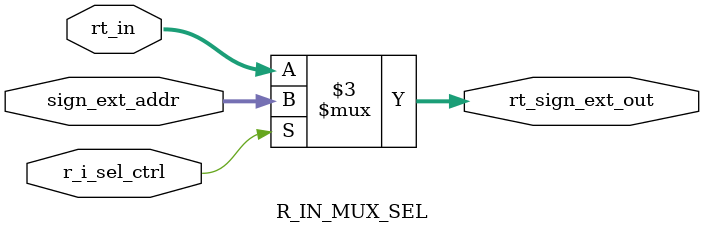
<source format=v>
module R_IN_MUX_SEL(
  output reg [31:0] rt_sign_ext_out,
  input [31:0] rt_in, sign_ext_addr,
  input r_i_sel_ctrl
  );
  
  always@(*)
  begin
    if(r_i_sel_ctrl)
        rt_sign_ext_out = sign_ext_addr;
    else
      rt_sign_ext_out = rt_in;
  end
  
endmodule


</source>
